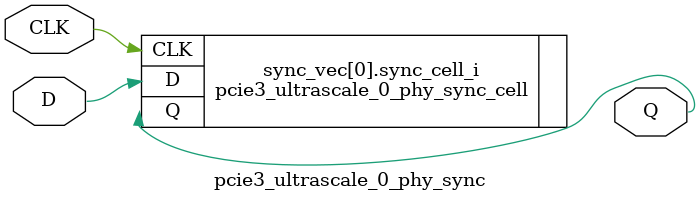
<source format=v>





`timescale 1ps / 1ps



//-------------------------------------------------------------------------------------------------
//  PHY Synchronizer Module
//-------------------------------------------------------------------------------------------------
module pcie3_ultrascale_0_phy_sync #
(
    parameter integer WIDTH = 1, 
    parameter integer STAGE = 2
)
(
    //-------------------------------------------------------------------------- 
    //  Input Ports
    //-------------------------------------------------------------------------- 
    input                               CLK,
    input       [WIDTH-1:0]             D,
    
    //-------------------------------------------------------------------------- 
    //  Output Ports
    //-------------------------------------------------------------------------- 
    output      [WIDTH-1:0]             Q
);                                                        



//--------------------------------------------------------------------------------------------------
//  Generate Synchronizer - Begin
//--------------------------------------------------------------------------------------------------
genvar i;

generate for (i=0; i<WIDTH; i=i+1) 

    begin : sync_vec

    //----------------------------------------------------------------------
    //  Synchronizer
    //----------------------------------------------------------------------
pcie3_ultrascale_0_phy_sync_cell #
    (
        .STAGE                            (STAGE)
    )    
    sync_cell_i
    (
        //------------------------------------------------------------------
        //  Input Ports
        //------------------------------------------------------------------
        .CLK                              (CLK),
        .D                                (D[i]),

        //------------------------------------------------------------------
        //  Output Ports
        //------------------------------------------------------------------
        .Q                                (Q[i])
    );
 
    end   
      
endgenerate 
//--------------------------------------------------------------------------------------------------
//  Generate - End
//--------------------------------------------------------------------------------------------------



endmodule





</source>
